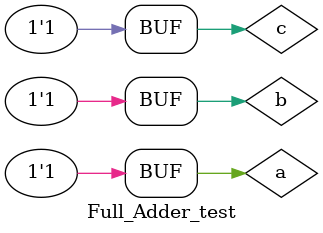
<source format=v>
`timescale 1ns / 1ps


module Full_Adder_test;

	// Inputs
	reg a;
	reg b;
	reg c;

	// Outputs
	wire s;
	wire co;

	// Instantiate the Unit Under Test (UUT)
	Full_Adder uut (
		.s(s), 
		.co(co), 
		.a(a), 
		.b(b), 
		.c(c)
	);

	initial begin
		// Initialize Inputs
		#3 a= 1'b0; b=1'b0; c=1'b0;
		#3 a=1'b1; b=1'b0; b=1'b0;
		#3 a=1'b0; b=1'b1; c=1'b0;
		#3 a=1'b1; b=1'b1; c=1'b0;
		#3 a=1'b0; b=1'b0; c=1'b1;
		#3 a=1'b1; b=1'b0; c=1'b1;
		#3 a=1'b0; b=1'b1; c=1'b1;
		#3 a=1'b1; b=1'b1; c=1'b1;

		// Wait 100 ns for global reset to finish
		#100;
        
		// Add stimulus here

	end
      
endmodule


</source>
